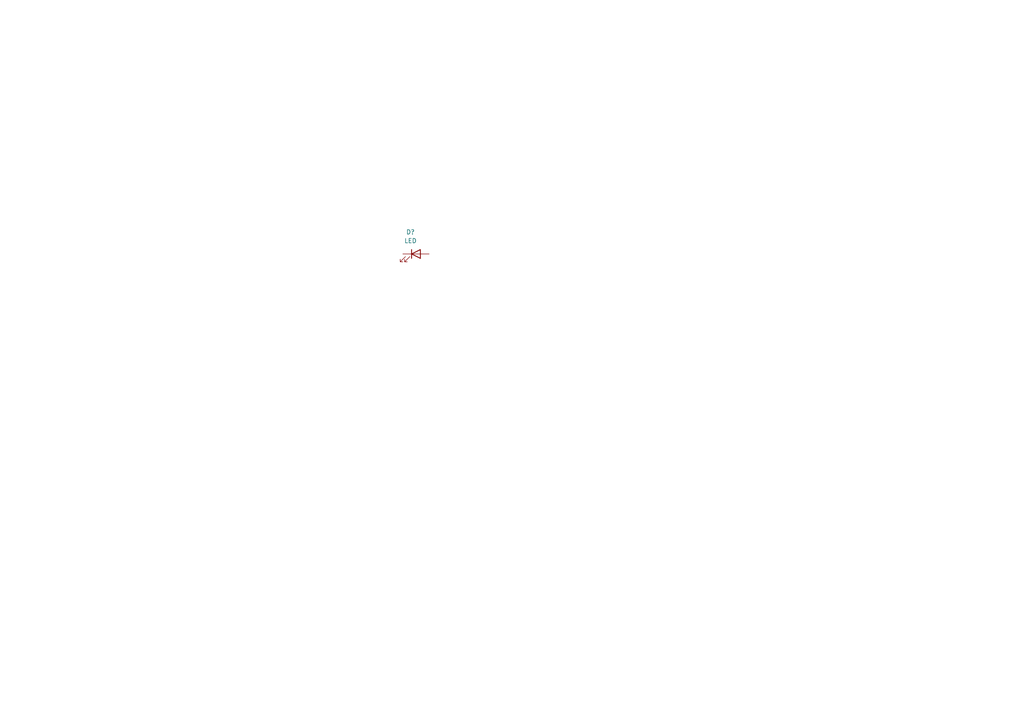
<source format=kicad_sch>
(kicad_sch (version 20250114) (generator "eeschema") (generator_version "9.0")
  (paper "A4")
  (title_block (title "led"))
  (lib_symbols
    (symbol "Device:LED" (pin_numbers (hide yes)) (pin_names (offset 1.016) (hide yes))
      (property "Reference" "D" (at 0 2.54 0))
      (property "Value" "LED" (at 0 -2.54 0))
      (symbol "LED_0_1"
        (polyline (pts (xy -3.048 -0.762) (xy -4.572 -2.286) (xy -3.81 -2.286) (xy -4.572 -2.286) (xy -4.572 -1.524)))
        (polyline (pts (xy -1.778 -0.762) (xy -3.302 -2.286) (xy -2.54 -2.286) (xy -3.302 -2.286) (xy -3.302 -1.524)))
        (polyline (pts (xy -1.27 0) (xy 1.27 0)))
        (polyline (pts (xy -1.27 -1.27) (xy -1.27 1.27)) (stroke (width 0.254)))
        (polyline (pts (xy 1.27 -1.27) (xy 1.27 1.27) (xy -1.27 0) (xy 1.27 -1.27)) (stroke (width 0.254)))
      )
      (symbol "LED_1_1"
        (pin passive line (at -3.81 0 0) (length 2.54) (name "K") (number "1"))
        (pin passive line (at 3.81 0 180) (length 2.54) (name "A") (number "2"))
      )
    )
  )
  (symbol (lib_id "Device:LED") (at 120.65 73.66 0) (unit 1)
    (property "Reference" "D?" (at 119.0625 67.31 0))
    (property "Value" "LED" (at 119.0625 69.85 0))
    (property "Description" "Light emitting diode" (effects (hide yes)))
    (property "Sim.Pins" "1=K 2=A" (effects (hide yes)))
  )
)
</source>
